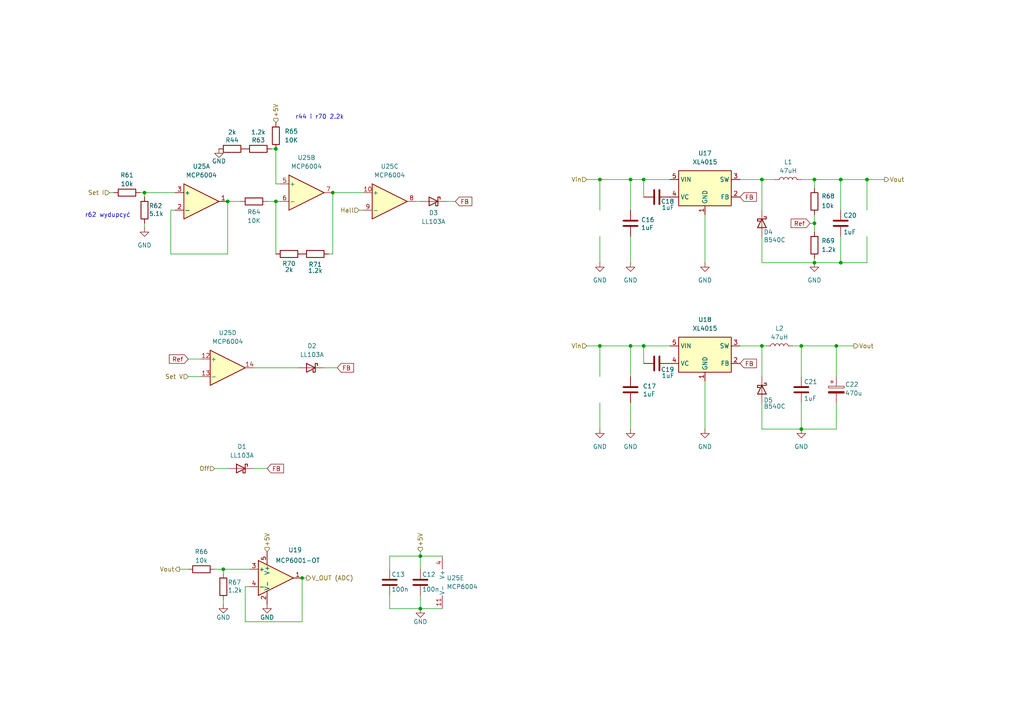
<source format=kicad_sch>
(kicad_sch (version 20231120) (generator "eeschema") (generator_version "8.0")
  (paper "A4")
  (lib_symbols
    (symbol "Amplifier_Operational:MCP6001-OT" (pin_names (offset 0.127))
      (property "Reference" "U" (at -1.27 6.35 0))
      (property "Value" "MCP6001-OT" (at -1.27 3.81 0))
      (symbol "MCP6001-OT_0_1"
        (polyline (pts (xy -5.08 5.08) (xy 5.08 0) (xy -5.08 -5.08) (xy -5.08 5.08)) (stroke (width 0.254)) (fill (type background)))
        (pin power_in line (at -2.54 -7.62 90) (length 3.81) (name "V-") (number "2"))
        (pin power_in line (at -2.54 7.62 270) (length 3.81) (name "V+") (number "5"))
      )
      (symbol "MCP6001-OT_1_1"
        (pin output line (at 7.62 0 180) (length 2.54) (name "~") (number "1"))
        (pin input line (at -7.62 2.54 0) (length 2.54) (name "+") (number "3"))
        (pin input line (at -7.62 -2.54 0) (length 2.54) (name "-") (number "4"))
      )
    )
    (symbol "Amplifier_Operational:MCP6004" (pin_names (offset 0.127))
      (property "Reference" "U" (at 0 5.08 0))
      (property "Value" "MCP6004" (at 0 -5.08 0))
      (symbol "MCP6004_1_1"
        (polyline (pts (xy -5.08 5.08) (xy 5.08 0) (xy -5.08 -5.08) (xy -5.08 5.08)) (stroke (width 0.254)) (fill (type background)))
        (pin output line (at 7.62 0 180) (length 2.54) (name "~") (number "1"))
        (pin input line (at -7.62 -2.54 0) (length 2.54) (name "-") (number "2"))
        (pin input line (at -7.62 2.54 0) (length 2.54) (name "+") (number "3"))
      )
      (symbol "MCP6004_2_1"
        (polyline (pts (xy -5.08 5.08) (xy 5.08 0) (xy -5.08 -5.08) (xy -5.08 5.08)) (stroke (width 0.254)) (fill (type background)))
        (pin input line (at -7.62 2.54 0) (length 2.54) (name "+") (number "5"))
        (pin input line (at -7.62 -2.54 0) (length 2.54) (name "-") (number "6"))
        (pin output line (at 7.62 0 180) (length 2.54) (name "~") (number "7"))
      )
      (symbol "MCP6004_3_1"
        (polyline (pts (xy -5.08 5.08) (xy 5.08 0) (xy -5.08 -5.08) (xy -5.08 5.08)) (stroke (width 0.254)) (fill (type background)))
        (pin input line (at -7.62 2.54 0) (length 2.54) (name "+") (number "10"))
        (pin output line (at 7.62 0 180) (length 2.54) (name "~") (number "8"))
        (pin input line (at -7.62 -2.54 0) (length 2.54) (name "-") (number "9"))
      )
      (symbol "MCP6004_4_1"
        (polyline (pts (xy -5.08 5.08) (xy 5.08 0) (xy -5.08 -5.08) (xy -5.08 5.08)) (stroke (width 0.254)) (fill (type background)))
        (pin input line (at -7.62 2.54 0) (length 2.54) (name "+") (number "12"))
        (pin input line (at -7.62 -2.54 0) (length 2.54) (name "-") (number "13"))
        (pin output line (at 7.62 0 180) (length 2.54) (name "~") (number "14"))
      )
      (symbol "MCP6004_5_1"
        (pin power_in line (at -2.54 -7.62 90) (length 3.81) (name "V-") (number "11"))
        (pin power_in line (at -2.54 7.62 270) (length 3.81) (name "V+") (number "4"))
      )
    )
    (symbol "Device:C" (pin_numbers hide) (pin_names (offset 0.254))
      (property "Reference" "C" (at 0.635 2.54 0))
      (property "Value" "C" (at 0.635 -2.54 0))
      (symbol "C_0_1"
        (polyline (pts (xy -2.032 -0.762) (xy 2.032 -0.762)) (stroke (width 0.508)))
        (polyline (pts (xy -2.032 0.762) (xy 2.032 0.762)) (stroke (width 0.508)))
      )
      (symbol "C_1_1"
        (pin passive line (at 0 3.81 270) (length 2.794) (name "~") (number "1"))
        (pin passive line (at 0 -3.81 90) (length 2.794) (name "~") (number "2"))
      )
    )
    (symbol "Device:C_Polarized" (pin_numbers hide) (pin_names (offset 0.254))
      (property "Reference" "C" (at 0.635 2.54 0))
      (property "Value" "C_Polarized" (at 0.635 -2.54 0))
      (symbol "C_Polarized_0_1"
        (rectangle (start -2.286 0.508) (end 2.286 1.016))
        (polyline (pts (xy -1.778 2.286) (xy -0.762 2.286)))
        (polyline (pts (xy -1.27 2.794) (xy -1.27 1.778)))
        (rectangle (start 2.286 -0.508) (end -2.286 -1.016) (fill (type outline)))
      )
      (symbol "C_Polarized_1_1"
        (pin passive line (at 0 3.81 270) (length 2.794) (name "~") (number "1"))
        (pin passive line (at 0 -3.81 90) (length 2.794) (name "~") (number "2"))
      )
    )
    (symbol "Device:D_Schottky" (pin_numbers hide) (pin_names (offset 1.016) hide)
      (property "Reference" "D" (at 0 2.54 0))
      (property "Value" "D_Schottky" (at 0 -2.54 0))
      (symbol "D_Schottky_0_1"
        (polyline (pts (xy 1.27 0) (xy -1.27 0)))
        (polyline (pts (xy 1.27 1.27) (xy 1.27 -1.27) (xy -1.27 0) (xy 1.27 1.27)) (stroke (width 0.254)))
        (polyline (pts (xy -1.905 0.635) (xy -1.905 1.27) (xy -1.27 1.27) (xy -1.27 -1.27) (xy -0.635 -1.27) (xy -0.635 -0.635)) (stroke (width 0.254)))
      )
      (symbol "D_Schottky_1_1"
        (pin passive line (at -3.81 0 0) (length 2.54) (name "K") (number "1"))
        (pin passive line (at 3.81 0 180) (length 2.54) (name "A") (number "2"))
      )
    )
    (symbol "Device:L" (pin_numbers hide) (pin_names (offset 1.016) hide)
      (property "Reference" "L" (at -1.27 0 90))
      (property "Value" "L" (at 1.905 0 90))
      (symbol "L_0_1"
        (arc (start 0 -2.54) (mid 0.6323 -1.905) (end 0 -1.27))
        (arc (start 0 -1.27) (mid 0.6323 -0.635) (end 0 0))
        (arc (start 0 0) (mid 0.6323 0.635) (end 0 1.27))
        (arc (start 0 1.27) (mid 0.6323 1.905) (end 0 2.54))
      )
      (symbol "L_1_1"
        (pin passive line (at 0 3.81 270) (length 1.27) (name "1") (number "1"))
        (pin passive line (at 0 -3.81 90) (length 1.27) (name "2") (number "2"))
      )
    )
    (symbol "Device:R" (pin_numbers hide) (pin_names (offset 0))
      (property "Reference" "R" (at 2.032 0 90))
      (property "Value" "R" (at 0 0 90))
      (symbol "R_0_1"
        (rectangle (start -1.016 -2.54) (end 1.016 2.54) (stroke (width 0.254)))
      )
      (symbol "R_1_1"
        (pin passive line (at 0 3.81 270) (length 1.27) (name "~") (number "1"))
        (pin passive line (at 0 -3.81 90) (length 1.27) (name "~") (number "2"))
      )
    )
    (symbol "Diode:LL42" (pin_numbers hide) (pin_names (offset 1.016) hide)
      (property "Reference" "D" (at 0 2.54 0))
      (property "Value" "LL42" (at 0 -2.54 0))
      (symbol "LL42_0_1"
        (polyline (pts (xy 1.27 0) (xy -1.27 0)))
        (polyline (pts (xy 1.27 1.27) (xy 1.27 -1.27) (xy -1.27 0) (xy 1.27 1.27)) (stroke (width 0.254)))
        (polyline (pts (xy -1.905 0.635) (xy -1.905 1.27) (xy -1.27 1.27) (xy -1.27 -1.27) (xy -0.635 -1.27) (xy -0.635 -0.635)) (stroke (width 0.254)))
      )
      (symbol "LL42_1_1"
        (pin passive line (at -3.81 0 0) (length 2.54) (name "K") (number "1"))
        (pin passive line (at 3.81 0 180) (length 2.54) (name "A") (number "2"))
      )
    )
    (symbol "Regulator_Switching:XL4015"
      (property "Reference" "U?" (at -6.35 6.35 0))
      (property "Value" "XL4015" (at 6.35 6.35 0))
      (symbol "XL4015_0_1"
        (rectangle (start -7.62 5.08) (end 7.62 -5.08) (stroke (width 0.254)) (fill (type background)))
      )
      (symbol "XL4015_1_1"
        (pin power_in line (at 0 -7.62 90) (length 2.54) (name "GND") (number "1"))
        (pin input line (at 10.16 -2.54 180) (length 2.54) (name "FB") (number "2"))
        (pin power_out line (at 10.16 2.54 180) (length 2.54) (name "SW") (number "3"))
        (pin input line (at -10.16 -2.54 0) (length 2.54) (name "VC") (number "4"))
        (pin power_in line (at -10.16 2.54 0) (length 2.54) (name "VIN") (number "5"))
      )
    )
    (symbol "power:GND" (power) (pin_numbers hide) (pin_names (offset 0) hide)
      (property "Value" "GND" (at 0 -3.81 0))
      (symbol "GND_0_1"
        (polyline (pts (xy 0 0) (xy 0 -1.27) (xy 1.27 -1.27) (xy 0 -2.54) (xy -1.27 -1.27) (xy 0 -1.27)))
      )
      (symbol "GND_1_1"
        (pin power_in line (at 0 0 270) (length 0) (name "~") (number "1"))
      )
    )
  )
  (junction (at 80.01 58.42))
  (junction (at 220.98 100.33))
  (junction (at 243.84 52.07))
  (junction (at 232.41 124.46))
  (junction (at 243.84 76.2))
  (junction (at 242.57 100.33))
  (junction (at 182.88 52.07))
  (junction (at 121.92 161.29))
  (junction (at 173.99 52.07))
  (junction (at 182.88 100.33))
  (junction (at 173.99 100.33))
  (junction (at 80.01 43.18))
  (junction (at 87.63 167.64))
  (junction (at 251.46 52.07))
  (junction (at 236.22 76.2))
  (junction (at 66.04 58.42))
  (junction (at 41.91 55.88))
  (junction (at 236.22 52.07))
  (junction (at 232.41 100.33))
  (junction (at 96.52 55.88))
  (junction (at 121.92 176.53))
  (junction (at 186.69 100.33))
  (junction (at 64.77 165.1))
  (junction (at 220.98 52.07))
  (junction (at 186.69 52.07))
  (junction (at 236.22 64.77))
  (wire (pts (xy 80.01 43.18) (xy 80.01 53.34)))
  (wire (pts (xy 236.22 64.77) (xy 236.22 67.31)))
  (wire (pts (xy 80.01 73.66) (xy 80.01 58.42)))
  (wire (pts (xy 243.84 76.2) (xy 251.46 76.2)))
  (wire (pts (xy 96.52 55.88) (xy 96.52 73.66)))
  (wire (pts (xy 214.63 52.07) (xy 220.98 52.07)))
  (wire (pts (xy 121.92 172.72) (xy 121.92 176.53)))
  (wire (pts (xy 242.57 100.33) (xy 247.65 100.33)))
  (wire (pts (xy 186.69 100.33) (xy 194.31 100.33)))
  (wire (pts (xy 66.04 58.42) (xy 69.85 58.42)))
  (wire (pts (xy 243.84 52.07) (xy 243.84 60.96)))
  (wire (pts (xy 120.65 58.42) (xy 121.92 58.42)))
  (wire (pts (xy 64.77 173.99) (xy 64.77 175.26)))
  (wire (pts (xy 173.99 100.33) (xy 182.88 100.33)))
  (wire (pts (xy 242.57 116.84) (xy 242.57 124.46)))
  (wire (pts (xy 93.98 106.68) (xy 97.79 106.68)))
  (wire (pts (xy 173.99 68.58) (xy 173.99 76.2)))
  (wire (pts (xy 234.95 64.77) (xy 236.22 64.77)))
  (wire (pts (xy 87.63 167.64) (xy 87.63 180.34)))
  (wire (pts (xy 73.66 106.68) (xy 86.36 106.68)))
  (wire (pts (xy 113.03 176.53) (xy 113.03 172.72)))
  (wire (pts (xy 220.98 100.33) (xy 222.25 100.33)))
  (wire (pts (xy 71.12 170.18) (xy 71.12 180.34)))
  (wire (pts (xy 220.98 76.2) (xy 236.22 76.2)))
  (wire (pts (xy 182.88 100.33) (xy 182.88 109.22)))
  (wire (pts (xy 62.23 135.89) (xy 66.04 135.89)))
  (wire (pts (xy 104.14 60.96) (xy 105.41 60.96)))
  (wire (pts (xy 232.41 52.07) (xy 236.22 52.07)))
  (wire (pts (xy 54.61 109.22) (xy 58.42 109.22)))
  (wire (pts (xy 41.91 55.88) (xy 41.91 57.15)))
  (wire (pts (xy 50.8 60.96) (xy 49.53 60.96)))
  (wire (pts (xy 220.98 100.33) (xy 220.98 109.22)))
  (wire (pts (xy 242.57 100.33) (xy 242.57 109.22)))
  (wire (pts (xy 64.77 165.1) (xy 64.77 166.37)))
  (wire (pts (xy 87.63 167.64) (xy 88.9 167.64)))
  (wire (pts (xy 113.03 161.29) (xy 121.92 161.29)))
  (wire (pts (xy 204.47 62.23) (xy 204.47 76.2)))
  (wire (pts (xy 77.47 58.42) (xy 80.01 58.42)))
  (wire (pts (xy 182.88 100.33) (xy 186.69 100.33)))
  (wire (pts (xy 182.88 68.58) (xy 182.88 76.2)))
  (wire (pts (xy 220.98 52.07) (xy 224.79 52.07)))
  (wire (pts (xy 194.31 52.07) (xy 186.69 52.07)))
  (wire (pts (xy 121.92 161.29) (xy 128.27 161.29)))
  (wire (pts (xy 40.64 55.88) (xy 41.91 55.88)))
  (wire (pts (xy 186.69 100.33) (xy 186.69 105.41)))
  (wire (pts (xy 182.88 116.84) (xy 182.88 124.46)))
  (wire (pts (xy 170.18 100.33) (xy 173.99 100.33)))
  (wire (pts (xy 182.88 52.07) (xy 186.69 52.07)))
  (wire (pts (xy 80.01 58.42) (xy 81.28 58.42)))
  (wire (pts (xy 214.63 100.33) (xy 220.98 100.33)))
  (wire (pts (xy 229.87 100.33) (xy 232.41 100.33)))
  (wire (pts (xy 121.92 176.53) (xy 128.27 176.53)))
  (wire (pts (xy 71.12 180.34) (xy 87.63 180.34)))
  (wire (pts (xy 113.03 176.53) (xy 121.92 176.53)))
  (wire (pts (xy 31.75 55.88) (xy 33.02 55.88)))
  (wire (pts (xy 251.46 68.58) (xy 251.46 76.2)))
  (wire (pts (xy 243.84 52.07) (xy 251.46 52.07)))
  (wire (pts (xy 220.98 116.84) (xy 220.98 124.46)))
  (wire (pts (xy 236.22 76.2) (xy 243.84 76.2)))
  (wire (pts (xy 54.61 104.14) (xy 58.42 104.14)))
  (wire (pts (xy 173.99 52.07) (xy 182.88 52.07)))
  (wire (pts (xy 78.74 43.18) (xy 80.01 43.18)))
  (wire (pts (xy 236.22 62.23) (xy 236.22 64.77)))
  (wire (pts (xy 173.99 116.84) (xy 173.99 124.46)))
  (wire (pts (xy 220.98 68.58) (xy 220.98 76.2)))
  (wire (pts (xy 129.54 58.42) (xy 132.08 58.42)))
  (wire (pts (xy 236.22 52.07) (xy 236.22 54.61)))
  (wire (pts (xy 186.69 57.15) (xy 186.69 52.07)))
  (wire (pts (xy 113.03 165.1) (xy 113.03 161.29)))
  (wire (pts (xy 41.91 64.77) (xy 41.91 66.04)))
  (wire (pts (xy 121.92 160.02) (xy 121.92 161.29)))
  (wire (pts (xy 232.41 100.33) (xy 232.41 109.22)))
  (wire (pts (xy 96.52 55.88) (xy 105.41 55.88)))
  (wire (pts (xy 232.41 124.46) (xy 242.57 124.46)))
  (wire (pts (xy 62.23 165.1) (xy 64.77 165.1)))
  (wire (pts (xy 243.84 68.58) (xy 243.84 76.2)))
  (wire (pts (xy 95.25 73.66) (xy 96.52 73.66)))
  (wire (pts (xy 41.91 55.88) (xy 50.8 55.88)))
  (wire (pts (xy 170.18 52.07) (xy 173.99 52.07)))
  (wire (pts (xy 66.04 58.42) (xy 66.04 73.66)))
  (wire (pts (xy 204.47 110.49) (xy 204.47 124.46)))
  (wire (pts (xy 220.98 52.07) (xy 220.98 60.96)))
  (wire (pts (xy 49.53 60.96) (xy 49.53 73.66)))
  (wire (pts (xy 232.41 116.84) (xy 232.41 124.46)))
  (wire (pts (xy 80.01 53.34) (xy 81.28 53.34)))
  (wire (pts (xy 49.53 73.66) (xy 66.04 73.66)))
  (wire (pts (xy 236.22 52.07) (xy 243.84 52.07)))
  (wire (pts (xy 173.99 60.96) (xy 173.99 52.07)))
  (wire (pts (xy 236.22 74.93) (xy 236.22 76.2)))
  (wire (pts (xy 121.92 161.29) (xy 121.92 165.1)))
  (wire (pts (xy 73.66 135.89) (xy 77.47 135.89)))
  (wire (pts (xy 72.39 170.18) (xy 71.12 170.18)))
  (wire (pts (xy 173.99 109.22) (xy 173.99 100.33)))
  (wire (pts (xy 232.41 100.33) (xy 242.57 100.33)))
  (wire (pts (xy 52.07 165.1) (xy 54.61 165.1)))
  (wire (pts (xy 64.77 165.1) (xy 72.39 165.1)))
  (wire (pts (xy 182.88 52.07) (xy 182.88 60.96)))
  (wire (pts (xy 251.46 52.07) (xy 256.54 52.07)))
  (wire (pts (xy 251.46 52.07) (xy 251.46 60.96)))
  (wire (pts (xy 220.98 124.46) (xy 232.41 124.46)))
  (text "r44 i r70 2.2k\n" (at 92.71 34.036 0) (effects (font (size 1.27 1.27))))
  (text "r62 wydupcyć" (at 31.242 62.484 0) (effects (font (size 1.27 1.27))))
  (global_label "FB" (shape input) (at 97.79 106.68 0) (property "Intersheetrefs" "${INTERSHEET_REFS}" (effects (hide yes))))
  (global_label "Ref" (shape input) (at 234.95 64.77 180) (property "Intersheetrefs" "${INTERSHEET_REFS}" (effects (hide yes))))
  (global_label "FB" (shape input) (at 214.63 57.15 0) (property "Intersheetrefs" "${INTERSHEET_REFS}" (effects (hide yes))))
  (global_label "FB" (shape input) (at 214.63 105.41 0) (property "Intersheetrefs" "${INTERSHEET_REFS}" (effects (hide yes))))
  (global_label "FB" (shape input) (at 132.08 58.42 0) (property "Intersheetrefs" "${INTERSHEET_REFS}" (effects (hide yes))))
  (global_label "FB" (shape input) (at 77.47 135.89 0) (property "Intersheetrefs" "${INTERSHEET_REFS}" (effects (hide yes))))
  (global_label "Ref" (shape input) (at 54.61 104.14 180) (property "Intersheetrefs" "${INTERSHEET_REFS}" (effects (hide yes))))
  (hierarchical_label "+5V" (shape input) (at 80.01 35.56 90))
  (hierarchical_label "Vin" (shape input) (at 170.18 100.33 180))
  (hierarchical_label "Set V" (shape input) (at 54.61 109.22 180))
  (hierarchical_label "Vout" (shape output) (at 247.65 100.33 0))
  (hierarchical_label "Vout" (shape output) (at 52.07 165.1 180))
  (hierarchical_label "Set I" (shape input) (at 31.75 55.88 180))
  (hierarchical_label "Vin" (shape input) (at 170.18 52.07 180))
  (hierarchical_label "Off" (shape input) (at 62.23 135.89 180))
  (hierarchical_label "+5V" (shape input) (at 77.47 160.02 90))
  (hierarchical_label "Hall" (shape input) (at 104.14 60.96 180))
  (hierarchical_label "+5V" (shape input) (at 121.92 160.02 90))
  (hierarchical_label "V_OUT (ADC)" (shape output) (at 88.9 167.64 0))
  (hierarchical_label "Vout" (shape output) (at 256.54 52.07 0))
  (symbol (lib_id "Device:C") (at 113.03 168.91 0) (unit 1)
    (property "Reference" "C13" (at 113.538 166.624 0) (effects (justify left)))
    (property "Value" "100n" (at 113.538 170.942 0) (effects (justify left)))
    (property "Footprint" "Capacitor_SMD:C_0805_2012Metric_Pad1.18x1.45mm_HandSolder" (effects (hide yes)))
    (property "Description" "Unpolarized capacitor" (effects (hide yes)))
  )
  (symbol (lib_id "Device:R") (at 91.44 73.66 90) (unit 1)
    (property "Reference" "R71" (at 91.44 76.708 90))
    (property "Value" "1.2k" (at 91.44 78.486 90))
    (property "Footprint" "Resistor_SMD:R_0805_2012Metric_Pad1.20x1.40mm_HandSolder" (effects (hide yes)))
    (property "Description" "Resistor" (effects (hide yes)))
  )
  (symbol (lib_id "power:GND") (at 64.77 175.26 0) (unit 1)
    (property "Reference" "#PWR057" (effects (hide yes)))
    (property "Value" "GND" (at 64.77 179.07 0))
    (property "Description" "Power symbol creates a global label with name \"GND\" , ground" (effects (hide yes)))
  )
  (symbol (lib_id "Device:L") (at 226.06 100.33 90) (unit 1)
    (property "Reference" "L2" (at 226.06 95.25 90))
    (property "Value" "47uH" (at 226.06 97.79 90))
    (property "Footprint" "Inductor_SMD:L_Bourns_SRP1038C_10.0x10.0mm" (effects (hide yes)))
    (property "Description" "Inductor" (effects (hide yes)))
  )
  (symbol (lib_id "power:GND") (at 182.88 124.46 0) (unit 1)
    (property "Reference" "#PWR052" (effects (hide yes)))
    (property "Value" "GND" (at 182.88 129.54 0))
    (property "Description" "Power symbol creates a global label with name \"GND\" , ground" (effects (hide yes)))
  )
  (symbol (lib_id "Amplifier_Operational:MCP6004") (at 58.42 58.42 0) (unit 1)
    (property "Reference" "U25" (at 58.42 48.26 0))
    (property "Value" "MCP6004" (at 58.42 50.8 0))
    (property "Footprint" "Package_SO:SOIC-14_3.9x8.7mm_P1.27mm" (effects (hide yes)))
    (property "Datasheet" "http://ww1.microchip.com/downloads/en/DeviceDoc/21733j.pdf" (effects (hide yes)))
    (property "Description" "1MHz, Low-Power Op Amp, DIP-14/SOIC-14/TSSOP-14" (effects (hide yes)))
  )
  (symbol (lib_id "Diode:LL42") (at 125.73 58.42 0) (mirror y) (unit 1)
    (property "Reference" "D3" (at 125.73 61.722 0))
    (property "Value" "LL103A" (at 125.73 64.262 0))
    (property "Footprint" "Diode_SMD:D_MiniMELF" (effects (hide yes)))
    (property "Datasheet" "http://www.vishay.com/docs/85672/ll42.pdf" (effects (hide yes)))
    (property "Description" "30V 0.2A Small Signal Schottky diode, MiniMELF" (effects (hide yes)))
  )
  (symbol (lib_id "Device:D_Schottky") (at 220.98 113.03 270) (unit 1)
    (property "Reference" "D5" (at 221.488 116.078 90) (effects (justify left)))
    (property "Value" "B540C" (at 221.488 117.856 90) (effects (justify left)))
    (property "Footprint" "Diode_SMD:D_3220_8050Metric_Pad2.65x5.15mm_HandSolder" (effects (hide yes)))
    (property "Description" "Schottky diode" (effects (hide yes)))
  )
  (symbol (lib_id "power:GND") (at 204.47 76.2 0) (unit 1)
    (property "Reference" "#PWR053" (effects (hide yes)))
    (property "Value" "GND" (at 204.47 81.28 0))
    (property "Description" "Power symbol creates a global label with name \"GND\" , ground" (effects (hide yes)))
  )
  (symbol (lib_id "Device:R") (at 236.22 58.42 0) (unit 1)
    (property "Reference" "R68" (at 238.252 56.896 0) (effects (justify left)))
    (property "Value" "10k" (at 238.252 59.69 0) (effects (justify left)))
    (property "Footprint" "Resistor_SMD:R_0805_2012Metric_Pad1.20x1.40mm_HandSolder" (effects (hide yes)))
    (property "Description" "Resistor" (effects (hide yes)))
  )
  (symbol (lib_id "Device:R") (at 83.82 73.66 90) (unit 1)
    (property "Reference" "R70" (at 83.82 76.454 90))
    (property "Value" "2k" (at 83.82 78.232 90))
    (property "Footprint" "Resistor_SMD:R_0805_2012Metric_Pad1.20x1.40mm_HandSolder" (effects (hide yes)))
    (property "Description" "Resistor" (effects (hide yes)))
  )
  (symbol (lib_id "Diode:LL42") (at 69.85 135.89 0) (mirror y) (unit 1)
    (property "Reference" "D1" (at 70.1675 129.54 0))
    (property "Value" "LL103A" (at 70.1675 132.08 0))
    (property "Footprint" "Diode_SMD:D_MiniMELF" (effects (hide yes)))
    (property "Datasheet" "http://www.vishay.com/docs/85672/ll42.pdf" (effects (hide yes)))
    (property "Description" "30V 0.2A Small Signal Schottky diode, MiniMELF" (effects (hide yes)))
  )
  (symbol (lib_id "Diode:LL42") (at 90.17 106.68 0) (mirror y) (unit 1)
    (property "Reference" "D2" (at 90.4875 100.33 0))
    (property "Value" "LL103A" (at 90.4875 102.87 0))
    (property "Footprint" "Diode_SMD:D_MiniMELF" (effects (hide yes)))
    (property "Datasheet" "http://www.vishay.com/docs/85672/ll42.pdf" (effects (hide yes)))
    (property "Description" "30V 0.2A Small Signal Schottky diode, MiniMELF" (effects (hide yes)))
  )
  (symbol (lib_id "Amplifier_Operational:MCP6004") (at 88.9 55.88 0) (unit 2)
    (property "Reference" "U25" (at 88.9 45.72 0))
    (property "Value" "MCP6004" (at 88.9 48.26 0))
    (property "Footprint" "Package_SO:SOIC-14_3.9x8.7mm_P1.27mm" (effects (hide yes)))
    (property "Datasheet" "http://ww1.microchip.com/downloads/en/DeviceDoc/21733j.pdf" (effects (hide yes)))
    (property "Description" "1MHz, Low-Power Op Amp, DIP-14/SOIC-14/TSSOP-14" (effects (hide yes)))
  )
  (symbol (lib_id "Device:R") (at 80.01 39.37 180) (unit 1)
    (property "Reference" "R65" (at 82.55 38.0999 0) (effects (justify right)))
    (property "Value" "10K" (at 82.55 40.6399 0) (effects (justify right)))
    (property "Footprint" "Resistor_SMD:R_0805_2012Metric_Pad1.20x1.40mm_HandSolder" (effects (hide yes)))
    (property "Description" "Resistor" (effects (hide yes)))
  )
  (symbol (lib_id "Device:C") (at 243.84 64.77 0) (unit 1)
    (property "Reference" "C20" (at 244.602 62.484 0) (effects (justify left)))
    (property "Value" "1uF" (at 244.602 67.31 0) (effects (justify left)))
    (property "Footprint" "Capacitor_SMD:C_0805_2012Metric_Pad1.18x1.45mm_HandSolder" (effects (hide yes)))
    (property "Description" "Unpolarized capacitor" (effects (hide yes)))
  )
  (symbol (lib_id "Device:C") (at 190.5 105.41 90) (unit 1)
    (property "Reference" "C19" (at 195.58 107.188 90) (effects (justify left)))
    (property "Value" "1uF" (at 195.58 108.966 90) (effects (justify left)))
    (property "Footprint" "Capacitor_SMD:C_0805_2012Metric_Pad1.18x1.45mm_HandSolder" (effects (hide yes)))
    (property "Description" "Unpolarized capacitor" (effects (hide yes)))
  )
  (symbol (lib_id "Device:R") (at 67.31 43.18 90) (unit 1)
    (property "Reference" "R44" (at 67.31 40.64 90))
    (property "Value" "2k" (at 67.31 38.354 90))
    (property "Footprint" "Resistor_SMD:R_0805_2012Metric_Pad1.20x1.40mm_HandSolder" (effects (hide yes)))
    (property "Description" "Resistor" (effects (hide yes)))
  )
  (symbol (lib_id "Device:C") (at 232.41 113.03 0) (unit 1)
    (property "Reference" "C21" (at 233.172 110.744 0) (effects (justify left)))
    (property "Value" "1uF" (at 233.172 115.57 0) (effects (justify left)))
    (property "Footprint" "Capacitor_SMD:C_0805_2012Metric_Pad1.18x1.45mm_HandSolder" (effects (hide yes)))
    (property "Description" "Unpolarized capacitor" (effects (hide yes)))
  )
  (symbol (lib_id "Device:C") (at 182.88 113.03 0) (unit 1)
    (property "Reference" "C17" (at 186.436 112.014 0) (effects (justify left)))
    (property "Value" "1uF" (at 186.436 114.2999 0) (effects (justify left)))
    (property "Footprint" "Capacitor_SMD:C_0805_2012Metric_Pad1.18x1.45mm_HandSolder" (effects (hide yes)))
    (property "Description" "Unpolarized capacitor" (effects (hide yes)))
  )
  (symbol (lib_id "power:GND") (at 173.99 76.2 0) (unit 1)
    (property "Reference" "#PWR049" (effects (hide yes)))
    (property "Value" "GND" (at 173.99 81.28 0))
    (property "Description" "Power symbol creates a global label with name \"GND\" , ground" (effects (hide yes)))
  )
  (symbol (lib_id "power:GND") (at 236.22 76.2 0) (unit 1)
    (property "Reference" "#PWR055" (effects (hide yes)))
    (property "Value" "GND" (at 236.22 81.28 0))
    (property "Description" "Power symbol creates a global label with name \"GND\" , ground" (effects (hide yes)))
  )
  (symbol (lib_id "Device:C") (at 182.88 64.77 0) (unit 1)
    (property "Reference" "C16" (at 185.928 63.7541 0) (effects (justify left)))
    (property "Value" "1uF" (at 185.928 66.04 0) (effects (justify left)))
    (property "Footprint" "Capacitor_SMD:C_0805_2012Metric_Pad1.18x1.45mm_HandSolder" (effects (hide yes)))
    (property "Description" "Unpolarized capacitor" (effects (hide yes)))
  )
  (symbol (lib_id "Device:C") (at 121.92 168.91 0) (unit 1)
    (property "Reference" "C12" (at 122.428 166.624 0) (effects (justify left)))
    (property "Value" "100n" (at 122.428 170.942 0) (effects (justify left)))
    (property "Footprint" "Capacitor_SMD:C_0805_2012Metric_Pad1.18x1.45mm_HandSolder" (effects (hide yes)))
    (property "Description" "Unpolarized capacitor" (effects (hide yes)))
  )
  (symbol (lib_id "Device:R") (at 73.66 58.42 270) (unit 1)
    (property "Reference" "R64" (at 73.66 61.468 90))
    (property "Value" "10K" (at 73.66 64.008 90))
    (property "Footprint" "Resistor_SMD:R_0805_2012Metric_Pad1.20x1.40mm_HandSolder" (effects (hide yes)))
    (property "Description" "Resistor" (effects (hide yes)))
  )
  (symbol (lib_id "Device:L") (at 228.6 52.07 90) (unit 1)
    (property "Reference" "L1" (at 228.6 46.99 90))
    (property "Value" "47uH" (at 228.6 49.53 90))
    (property "Footprint" "Inductor_SMD:L_Bourns_SRP1038C_10.0x10.0mm" (effects (hide yes)))
    (property "Description" "Inductor" (effects (hide yes)))
  )
  (symbol (lib_id "Device:R") (at 58.42 165.1 270) (unit 1)
    (property "Reference" "R66" (at 58.42 160.02 90))
    (property "Value" "10k" (at 58.42 162.56 90))
    (property "Footprint" "Resistor_SMD:R_0805_2012Metric_Pad1.20x1.40mm_HandSolder" (effects (hide yes)))
    (property "Description" "Resistor" (effects (hide yes)))
  )
  (symbol (lib_id "Device:C") (at 190.5 57.15 90) (unit 1)
    (property "Reference" "C18" (at 195.58 58.42 90) (effects (justify left)))
    (property "Value" "1uF" (at 195.58 60.198 90) (effects (justify left)))
    (property "Footprint" "Capacitor_SMD:C_0805_2012Metric_Pad1.18x1.45mm_HandSolder" (effects (hide yes)))
    (property "Description" "Unpolarized capacitor" (effects (hide yes)))
  )
  (symbol (lib_id "Amplifier_Operational:MCP6001-OT") (at 80.01 167.64 0) (unit 1)
    (property "Reference" "U19" (at 85.598 159.512 0))
    (property "Value" "MCP6001-OT" (at 86.36 162.56 0))
    (property "Footprint" "Package_TO_SOT_SMD:SOT-23-5" (effects (hide yes)))
    (property "Datasheet" "http://ww1.microchip.com/downloads/en/DeviceDoc/21733j.pdf" (effects (hide yes)))
    (property "Description" "1MHz, Low-Power Op Amp, SOT-23-5" (effects (hide yes)))
  )
  (symbol (lib_id "Device:R") (at 36.83 55.88 270) (unit 1)
    (property "Reference" "R61" (at 36.83 50.8 90))
    (property "Value" "10k" (at 36.83 53.34 90))
    (property "Footprint" "Resistor_SMD:R_0805_2012Metric_Pad1.20x1.40mm_HandSolder" (effects (hide yes)))
    (property "Description" "Resistor" (effects (hide yes)))
  )
  (symbol (lib_id "power:GND") (at 204.47 124.46 0) (unit 1)
    (property "Reference" "#PWR054" (effects (hide yes)))
    (property "Value" "GND" (at 204.47 129.54 0))
    (property "Description" "Power symbol creates a global label with name \"GND\" , ground" (effects (hide yes)))
  )
  (symbol (lib_id "Amplifier_Operational:MCP6004") (at 130.81 168.91 0) (unit 5)
    (property "Reference" "U25" (at 129.54 167.6399 0) (effects (justify left)))
    (property "Value" "MCP6004" (at 129.54 170.1799 0) (effects (justify left)))
    (property "Footprint" "Package_SO:SOIC-14_3.9x8.7mm_P1.27mm" (effects (hide yes)))
    (property "Datasheet" "http://ww1.microchip.com/downloads/en/DeviceDoc/21733j.pdf" (effects (hide yes)))
    (property "Description" "1MHz, Low-Power Op Amp, DIP-14/SOIC-14/TSSOP-14" (effects (hide yes)))
  )
  (symbol (lib_id "Device:D_Schottky") (at 220.98 64.77 270) (unit 1)
    (property "Reference" "D4" (at 221.488 67.31 90) (effects (justify left)))
    (property "Value" "B540C" (at 221.488 69.596 90) (effects (justify left)))
    (property "Footprint" "Diode_SMD:D_3220_8050Metric_Pad2.65x5.15mm_HandSolder" (effects (hide yes)))
    (property "Description" "Schottky diode" (effects (hide yes)))
  )
  (symbol (lib_id "power:GND") (at 182.88 76.2 0) (unit 1)
    (property "Reference" "#PWR051" (effects (hide yes)))
    (property "Value" "GND" (at 182.88 81.28 0))
    (property "Description" "Power symbol creates a global label with name \"GND\" , ground" (effects (hide yes)))
  )
  (symbol (lib_id "Device:R") (at 74.93 43.18 90) (unit 1)
    (property "Reference" "R63" (at 74.93 40.64 90))
    (property "Value" "1.2k" (at 74.93 38.354 90))
    (property "Footprint" "Resistor_SMD:R_0805_2012Metric_Pad1.20x1.40mm_HandSolder" (effects (hide yes)))
    (property "Description" "Resistor" (effects (hide yes)))
  )
  (symbol (lib_id "power:GND") (at 121.92 176.53 0) (unit 1)
    (property "Reference" "#PWR022" (effects (hide yes)))
    (property "Value" "GND" (at 121.92 180.34 0))
    (property "Description" "Power symbol creates a global label with name \"GND\" , ground" (effects (hide yes)))
  )
  (symbol (lib_id "Regulator_Switching:XL4015") (at 204.47 54.61 0) (unit 1)
    (property "Reference" "U17" (at 204.47 44.45 0))
    (property "Value" "XL4015" (at 204.47 46.99 0))
    (property "Footprint" "Package_TO_SOT_SMD:TO-263-5_TabPin3" (effects (hide yes)))
    (property "Datasheet" "http://www.xlsemi.net/datasheet/XL4015%20datasheet-English.pdf" (effects (hide yes)))
    (property "Description" "5A 180kHz 36V Buck DC to DC Converter" (effects (hide yes)))
  )
  (symbol (lib_id "power:GND") (at 63.5 43.18 0) (unit 1)
    (property "Reference" "#PWR045" (effects (hide yes)))
    (property "Value" "GND" (at 63.5 46.736 0))
    (property "Description" "Power symbol creates a global label with name \"GND\" , ground" (effects (hide yes)))
  )
  (symbol (lib_id "power:GND") (at 77.47 175.26 0) (unit 1)
    (property "Reference" "#PWR058" (effects (hide yes)))
    (property "Value" "GND" (at 77.47 179.07 0))
    (property "Description" "Power symbol creates a global label with name \"GND\" , ground" (effects (hide yes)))
  )
  (symbol (lib_id "Regulator_Switching:XL4015") (at 204.47 102.87 0) (unit 1)
    (property "Reference" "U18" (at 204.47 92.71 0))
    (property "Value" "XL4015" (at 204.47 95.25 0))
    (property "Footprint" "Package_TO_SOT_SMD:TO-263-5_TabPin3" (effects (hide yes)))
    (property "Datasheet" "http://www.xlsemi.net/datasheet/XL4015%20datasheet-English.pdf" (effects (hide yes)))
    (property "Description" "5A 180kHz 36V Buck DC to DC Converter" (effects (hide yes)))
  )
  (symbol (lib_id "power:GND") (at 232.41 124.46 0) (unit 1)
    (property "Reference" "#PWR056" (effects (hide yes)))
    (property "Value" "GND" (at 232.41 129.54 0))
    (property "Description" "Power symbol creates a global label with name \"GND\" , ground" (effects (hide yes)))
  )
  (symbol (lib_id "Device:C_Polarized") (at 242.57 113.03 0) (unit 1)
    (property "Reference" "C22" (at 245.11 111.506 0) (effects (justify left)))
    (property "Value" "470u" (at 245.11 114.046 0) (effects (justify left)))
    (property "Footprint" "Library:CP_Elec_12.5x13.5" (effects (hide yes)))
    (property "Description" "Polarized capacitor" (effects (hide yes)))
  )
  (symbol (lib_id "Device:R") (at 64.77 170.18 180) (unit 1)
    (property "Reference" "R67" (at 66.04 168.9099 0) (effects (justify right)))
    (property "Value" "1.2k" (at 66.04 171.196 0) (effects (justify right)))
    (property "Footprint" "Resistor_SMD:R_0805_2012Metric_Pad1.20x1.40mm_HandSolder" (effects (hide yes)))
    (property "Description" "Resistor" (effects (hide yes)))
  )
  (symbol (lib_id "Amplifier_Operational:MCP6004") (at 66.04 106.68 0) (unit 4)
    (property "Reference" "U25" (at 66.04 96.52 0))
    (property "Value" "MCP6004" (at 66.04 99.06 0))
    (property "Footprint" "Package_SO:SOIC-14_3.9x8.7mm_P1.27mm" (effects (hide yes)))
    (property "Datasheet" "http://ww1.microchip.com/downloads/en/DeviceDoc/21733j.pdf" (effects (hide yes)))
    (property "Description" "1MHz, Low-Power Op Amp, DIP-14/SOIC-14/TSSOP-14" (effects (hide yes)))
  )
  (symbol (lib_id "power:GND") (at 173.99 124.46 0) (unit 1)
    (property "Reference" "#PWR050" (effects (hide yes)))
    (property "Value" "GND" (at 173.99 129.54 0))
    (property "Description" "Power symbol creates a global label with name \"GND\" , ground" (effects (hide yes)))
  )
  (symbol (lib_id "Device:R") (at 236.22 71.12 0) (unit 1)
    (property "Reference" "R69" (at 238.252 69.85 0) (effects (justify left)))
    (property "Value" "1.2k" (at 238.252 72.39 0) (effects (justify left)))
    (property "Footprint" "Resistor_SMD:R_0805_2012Metric_Pad1.20x1.40mm_HandSolder" (effects (hide yes)))
    (property "Description" "Resistor" (effects (hide yes)))
  )
  (symbol (lib_id "Device:R") (at 41.91 60.96 180) (unit 1)
    (property "Reference" "R62" (at 43.18 59.6899 0) (effects (justify right)))
    (property "Value" "5.1k" (at 43.18 61.976 0) (effects (justify right)))
    (property "Footprint" "Resistor_SMD:R_0805_2012Metric_Pad1.20x1.40mm_HandSolder" (effects (hide yes)))
    (property "Description" "Resistor" (effects (hide yes)))
  )
  (symbol (lib_id "power:GND") (at 41.91 66.04 0) (unit 1)
    (property "Reference" "#PWR040" (effects (hide yes)))
    (property "Value" "GND" (at 41.91 71.12 0))
    (property "Description" "Power symbol creates a global label with name \"GND\" , ground" (effects (hide yes)))
  )
  (symbol (lib_id "Amplifier_Operational:MCP6004") (at 113.03 58.42 0) (unit 3)
    (property "Reference" "U25" (at 113.03 48.26 0))
    (property "Value" "MCP6004" (at 113.03 50.8 0))
    (property "Footprint" "Package_SO:SOIC-14_3.9x8.7mm_P1.27mm" (effects (hide yes)))
    (property "Datasheet" "http://ww1.microchip.com/downloads/en/DeviceDoc/21733j.pdf" (effects (hide yes)))
    (property "Description" "1MHz, Low-Power Op Amp, DIP-14/SOIC-14/TSSOP-14" (effects (hide yes)))
  )
)
</source>
